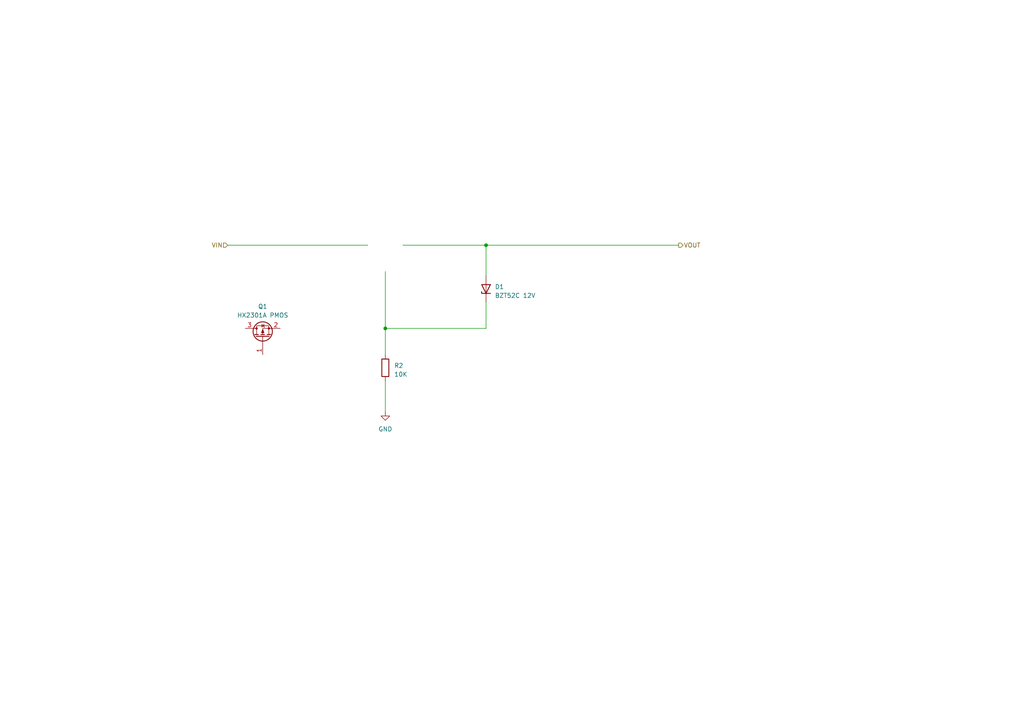
<source format=kicad_sch>
(kicad_sch (version 20230121) (generator eeschema)
  (paper "A4")
  (lib_symbols
    (symbol "Device:D_Zener" (pin_numbers hide) (pin_names (offset 1.016) hide)
      (property "Reference" "D" (at 0 2.54 0))
      (property "Value" "D_Zener" (at 0 -2.54 0))
      (symbol "D_Zener_0_1"
        (polyline (pts (xy 1.27 0) (xy -1.27 0)))
        (polyline (pts (xy -1.27 -1.27) (xy -1.27 1.27) (xy -0.762 1.27)) (stroke (width 0.254)))
        (polyline (pts (xy 1.27 -1.27) (xy 1.27 1.27) (xy -1.27 0) (xy 1.27 -1.27)) (stroke (width 0.254)))
      )
      (symbol "D_Zener_1_1"
        (pin passive line (at -3.81 0 0) (length 2.54) (name "K") (number "1"))
        (pin passive line (at 3.81 0 180) (length 2.54) (name "A") (number "2"))
      )
    )
    (symbol "Device:Q_PMOS_GSD" (pin_names (offset 0) hide)
      (property "Reference" "Q" (at 5.08 1.27 0))
      (property "Value" "Q_PMOS_GSD" (at 5.08 -1.27 0))
      (symbol "Q_PMOS_GSD_0_1"
        (polyline (pts (xy 0.254 0) (xy -2.54 0)))
        (polyline (pts (xy 0.254 1.905) (xy 0.254 -1.905)) (stroke (width 0.254)))
        (polyline (pts (xy 0.762 -1.27) (xy 0.762 -2.286)) (stroke (width 0.254)))
        (polyline (pts (xy 0.762 0.508) (xy 0.762 -0.508)) (stroke (width 0.254)))
        (polyline (pts (xy 0.762 2.286) (xy 0.762 1.27)) (stroke (width 0.254)))
        (polyline (pts (xy 2.54 2.54) (xy 2.54 1.778)))
        (polyline (pts (xy 2.54 -2.54) (xy 2.54 0) (xy 0.762 0)))
        (polyline (pts (xy 0.762 1.778) (xy 3.302 1.778) (xy 3.302 -1.778) (xy 0.762 -1.778)))
        (polyline (pts (xy 2.286 0) (xy 1.27 0.381) (xy 1.27 -0.381) (xy 2.286 0)) (fill (type outline)))
        (polyline (pts (xy 2.794 -0.508) (xy 2.921 -0.381) (xy 3.683 -0.381) (xy 3.81 -0.254)))
        (polyline (pts (xy 3.302 -0.381) (xy 2.921 0.254) (xy 3.683 0.254) (xy 3.302 -0.381)))
        (circle (center 1.651 0) (radius 2.794) (stroke (width 0.254)))
        (circle (center 2.54 -1.778) (radius 0.254) (fill (type outline)))
        (circle (center 2.54 1.778) (radius 0.254) (fill (type outline)))
      )
      (symbol "Q_PMOS_GSD_1_1"
        (pin input line (at -5.08 0 0) (length 2.54) (name "G") (number "1"))
        (pin passive line (at 2.54 -5.08 90) (length 2.54) (name "S") (number "2"))
        (pin passive line (at 2.54 5.08 270) (length 2.54) (name "D") (number "3"))
      )
    )
    (symbol "Device:R" (pin_numbers hide) (pin_names (offset 0))
      (property "Reference" "R" (at 2.032 0 90))
      (property "Value" "R" (at 0 0 90))
      (symbol "R_0_1"
        (rectangle (start -1.016 -2.54) (end 1.016 2.54) (stroke (width 0.254)))
      )
      (symbol "R_1_1"
        (pin passive line (at 0 3.81 270) (length 1.27) (name "~") (number "1"))
        (pin passive line (at 0 -3.81 90) (length 1.27) (name "~") (number "2"))
      )
    )
    (symbol "power:GND" (power) (pin_names (offset 0))
      (property "Value" "GND" (at 0 -3.81 0))
      (symbol "GND_0_1"
        (polyline (pts (xy 0 0) (xy 0 -1.27) (xy 1.27 -1.27) (xy 0 -2.54) (xy -1.27 -1.27) (xy 0 -1.27)))
      )
      (symbol "GND_1_1"
        (pin power_in line (at 0 0 270) (length 0) hide (name "GND") (number "1"))
      )
    )
  )
  (junction (at 111.76 95.25))
  (junction (at 140.97 71.12))
  (wire (pts (xy 66.04 71.12) (xy 106.68 71.12)))
  (wire (pts (xy 140.97 71.12) (xy 196.85 71.12)))
  (wire (pts (xy 140.97 87.63) (xy 140.97 95.25)))
  (wire (pts (xy 111.76 78.74) (xy 111.76 95.25)))
  (wire (pts (xy 111.76 95.25) (xy 111.76 102.87)))
  (wire (pts (xy 116.84 71.12) (xy 140.97 71.12)))
  (wire (pts (xy 140.97 80.01) (xy 140.97 71.12)))
  (wire (pts (xy 111.76 95.25) (xy 140.97 95.25)))
  (wire (pts (xy 111.76 110.49) (xy 111.76 119.38)))
  (hierarchical_label "VOUT" (shape output) (at 196.85 71.12 0))
  (hierarchical_label "VIN" (shape input) (at 66.04 71.12 180))
  (symbol (lib_id "Device:Q_PMOS_GSD") (at 76.2 97.79 90) (unit 1)
    (property "Reference" "Q1" (at 76.2 88.9 90))
    (property "Value" "HX2301A PMOS" (at 76.2 91.44 90))
    (property "Footprint" "Package_TO_SOT_SMD:SOT-23-3" (effects hide))
    (property "Datasheet" "${KIPRJMOD}/../../docs/datasheet/PMOS_HX2301A.pdf" (effects hide))
    (instances (project "adsr_vca_fx" (path "" (reference "Q1") (unit 1)) (path "" (reference "Q1") (unit 1)) (path "" (reference "Q2") (unit 1))))
  )
  (symbol (lib_id "Device:R") (at 111.76 106.68 0) (unit 1)
    (property "Reference" "R2" (at 114.3 106.045 0) (effects (justify left)))
    (property "Value" "10K" (at 114.3 108.585 0) (effects (justify left)))
    (property "Footprint" "Resistor_SMD:R_0805_2012Metric_Pad1.20x1.40mm_HandSolder" (effects hide))
    (instances (project "adsr_vca_fx" (path "" (reference "R2") (unit 1)) (path "" (reference "R25") (unit 1)) (path "" (reference "R26") (unit 1))))
  )
  (symbol (lib_id "power:GND") (at 111.76 119.38 0) (unit 1)
    (property "Reference" "#PWR011" (effects hide))
    (property "Value" "GND" (at 111.76 124.46 0))
    (instances (project "adsr_vca_fx" (path "" (reference "#PWR011") (unit 1)) (path "" (reference "#PWR068") (unit 1)) (path "" (reference "#PWR071") (unit 1))))
  )
  (symbol (lib_id "Device:D_Zener") (at 140.97 83.82 90) (unit 1)
    (property "Reference" "D1" (at 143.51 83.185 90) (effects (justify right)))
    (property "Value" "BZT52C 12V" (at 143.51 85.725 90) (effects (justify right)))
    (property "Footprint" "Diode_SMD:D_SOD-123F" (effects hide))
    (property "Datasheet" "${KIPRJMOD}/../../docs/datasheet/BZT52_SER-1375261.pdf" (effects hide))
    (instances (project "adsr_vca_fx" (path "" (reference "D1") (unit 1)) (path "" (reference "D3") (unit 1)) (path "" (reference "D4") (unit 1))))
  )
)
</source>
